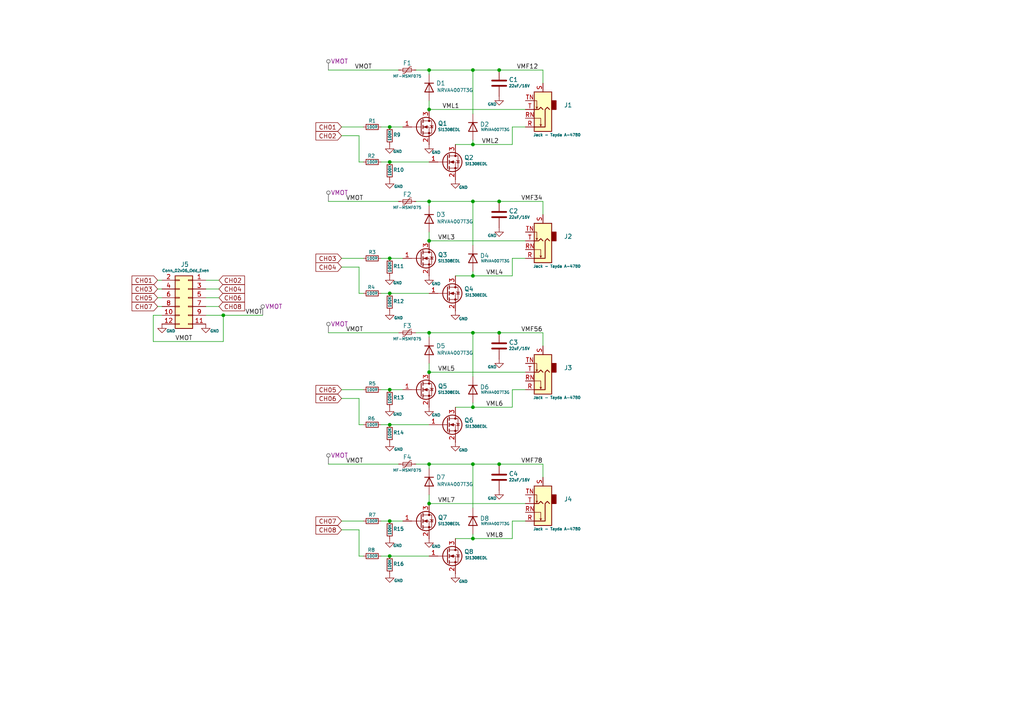
<source format=kicad_sch>
(kicad_sch (version 20250114) (generator "eeschema") (generator_version "9.0")
  (paper "A4")
  (title_block (title "Epoch2 - Connector Board A"))
  (lib_symbols
    (symbol "Connector_Audio:AudioJack2_Ground_Switch"
      (property "Reference" "J2" (at -5.08 1.9051 0))
      (property "Value" "Jack - Tayda A-4780" (at -5.08 -0.6349 0))
      (symbol "AudioJack2_Ground_Switch_0_1"
        (rectangle (start -2.54 -2.54) (end -3.81 0) (stroke (width 0.254)) (fill (type outline)))
        (rectangle (start 2.54 6.35) (end -2.54 -5.08) (stroke (width 0.254)) (fill (type background)))
      )
      (symbol "AudioJack2_Ground_Switch_1_1"
        (polyline (pts (xy 0 0) (xy 0.635 -0.635) (xy 1.27 0) (xy 2.54 0)) (stroke (width 0.254)))
        (polyline (pts (xy 0.635 4.826) (xy 0.889 4.318)))
        (polyline (pts (xy 1.778 -0.254) (xy 2.032 -0.762)))
        (polyline (pts (xy 2.54 5.08) (xy -0.635 5.08) (xy -0.635 0) (xy -1.27 -0.635) (xy -1.905 0)) (stroke (width 0.254)))
        (polyline (pts (xy 2.54 2.54) (xy 0.635 2.54) (xy 0.635 4.826) (xy 0.381 4.318)))
        (polyline (pts (xy 2.54 -2.54) (xy 1.778 -2.54) (xy 1.778 -0.254) (xy 1.524 -0.762)))
        (pin passive line (at 0 -7.62 90) (length 2.54) (name "~") (number "S"))
        (pin passive line (at 5.08 5.08 180) (length 2.54) (name "~") (number "R"))
        (pin passive line (at 5.08 2.54 180) (length 2.54) (name "~") (number "RN"))
        (pin passive line (at 5.08 0 180) (length 2.54) (name "~") (number "T"))
        (pin passive line (at 5.08 -2.54 180) (length 2.54) (name "~") (number "TN"))
      )
    )
    (symbol "Connector_Generic:Conn_02x06_Odd_Even" (pin_names (offset 1.016) (hide yes))
      (property "Reference" "J" (at 1.27 7.62 0))
      (property "Value" "Conn_02x06_Odd_Even" (at 1.27 -10.16 0))
      (symbol "Conn_02x06_Odd_Even_1_1"
        (rectangle (start -1.27 6.35) (end 3.81 -8.89) (stroke (width 0.254)) (fill (type background)))
        (rectangle (start -1.27 5.207) (end 0 4.953) (stroke (width 0.1524)))
        (rectangle (start -1.27 2.667) (end 0 2.413) (stroke (width 0.1524)))
        (rectangle (start -1.27 0.127) (end 0 -0.127) (stroke (width 0.1524)))
        (rectangle (start -1.27 -2.413) (end 0 -2.667) (stroke (width 0.1524)))
        (rectangle (start -1.27 -4.953) (end 0 -5.207) (stroke (width 0.1524)))
        (rectangle (start -1.27 -7.493) (end 0 -7.747) (stroke (width 0.1524)))
        (rectangle (start 3.81 5.207) (end 2.54 4.953) (stroke (width 0.1524)))
        (rectangle (start 3.81 2.667) (end 2.54 2.413) (stroke (width 0.1524)))
        (rectangle (start 3.81 0.127) (end 2.54 -0.127) (stroke (width 0.1524)))
        (rectangle (start 3.81 -2.413) (end 2.54 -2.667) (stroke (width 0.1524)))
        (rectangle (start 3.81 -4.953) (end 2.54 -5.207) (stroke (width 0.1524)))
        (rectangle (start 3.81 -7.493) (end 2.54 -7.747) (stroke (width 0.1524)))
        (pin passive line (at -5.08 5.08 0) (length 3.81) (name "Pin_1") (number "1"))
        (pin passive line (at -5.08 2.54 0) (length 3.81) (name "Pin_3") (number "3"))
        (pin passive line (at -5.08 0 0) (length 3.81) (name "Pin_5") (number "5"))
        (pin passive line (at -5.08 -2.54 0) (length 3.81) (name "Pin_7") (number "7"))
        (pin passive line (at -5.08 -5.08 0) (length 3.81) (name "Pin_9") (number "9"))
        (pin passive line (at -5.08 -7.62 0) (length 3.81) (name "Pin_11") (number "11"))
        (pin passive line (at 7.62 5.08 180) (length 3.81) (name "Pin_2") (number "2"))
        (pin passive line (at 7.62 2.54 180) (length 3.81) (name "Pin_4") (number "4"))
        (pin passive line (at 7.62 0 180) (length 3.81) (name "Pin_6") (number "6"))
        (pin passive line (at 7.62 -2.54 180) (length 3.81) (name "Pin_8") (number "8"))
        (pin passive line (at 7.62 -5.08 180) (length 3.81) (name "Pin_10") (number "10"))
        (pin passive line (at 7.62 -7.62 180) (length 3.81) (name "Pin_12") (number "12"))
      )
    )
    (symbol "Device:C" (pin_numbers (hide yes)) (pin_names (offset 0.254))
      (property "Reference" "C" (at 0.635 2.54 0))
      (property "Value" "C" (at 0.635 -2.54 0))
      (symbol "C_0_1"
        (polyline (pts (xy -2.032 0.762) (xy 2.032 0.762)) (stroke (width 0.508)))
        (polyline (pts (xy -2.032 -0.762) (xy 2.032 -0.762)) (stroke (width 0.508)))
      )
      (symbol "C_1_1"
        (pin passive line (at 0 3.81 270) (length 2.794) (name "~") (number "1"))
        (pin passive line (at 0 -3.81 90) (length 2.794) (name "~") (number "2"))
      )
    )
    (symbol "Device:Polyfuse_Small" (pin_numbers (hide yes)) (pin_names (offset 0))
      (property "Reference" "F" (at -1.905 0 90))
      (property "Value" "Polyfuse_Small" (at 1.905 0 90))
      (symbol "Polyfuse_Small_0_1"
        (polyline (pts (xy -1.016 1.27) (xy -1.016 0.762) (xy 1.016 -0.762) (xy 1.016 -1.27)))
        (rectangle (start -0.508 1.27) (end 0.508 -1.27))
        (polyline (pts (xy 0 2.54) (xy 0 -2.54)))
      )
      (symbol "Polyfuse_Small_1_1"
        (pin passive line (at 0 2.54 270) (length 0.635) (name "~") (number "1"))
        (pin passive line (at 0 -2.54 90) (length 0.635) (name "~") (number "2"))
      )
    )
    (symbol "Device:R_Small" (pin_numbers (hide yes)) (pin_names (offset 0.254) (hide yes))
      (property "Reference" "R" (at 0 0 90))
      (property "Value" "R_Small" (at 1.778 0 90))
      (symbol "R_Small_0_1"
        (rectangle (start -0.762 1.778) (end 0.762 -1.778) (stroke (width 0.2032)))
      )
      (symbol "R_Small_1_1"
        (pin passive line (at 0 2.54 270) (length 0.762) (name "~") (number "1"))
        (pin passive line (at 0 -2.54 90) (length 0.762) (name "~") (number "2"))
      )
    )
    (symbol "Diode:NRVA4007T3G" (pin_numbers (hide yes)) (pin_names (hide yes))
      (property "Reference" "D" (at 0 2.54 0))
      (property "Value" "NRVA4007T3G" (at 0 -2.54 0))
      (symbol "NRVA4007T3G_0_1"
        (polyline (pts (xy -1.27 1.27) (xy -1.27 -1.27)) (stroke (width 0.254)))
        (polyline (pts (xy 1.27 1.27) (xy 1.27 -1.27) (xy -1.27 0) (xy 1.27 1.27)) (stroke (width 0.254)))
        (polyline (pts (xy 1.27 0) (xy -1.27 0)))
      )
      (symbol "NRVA4007T3G_1_1"
        (pin passive line (at -3.81 0 0) (length 2.54) (name "K") (number "1"))
        (pin passive line (at 3.81 0 180) (length 2.54) (name "A") (number "2"))
      )
    )
    (symbol "Transistor_FET:Si1308EDL" (pin_names (hide yes))
      (property "Reference" "Q" (at 5.08 1.905 0))
      (property "Value" "Si1308EDL" (at 5.08 0 0))
      (symbol "Si1308EDL_0_1"
        (polyline (pts (xy 0.254 1.905) (xy 0.254 -1.905)) (stroke (width 0.254)))
        (polyline (pts (xy 0.254 0) (xy -2.54 0)))
        (polyline (pts (xy 0.762 2.286) (xy 0.762 1.27)) (stroke (width 0.254)))
        (polyline (pts (xy 0.762 0.508) (xy 0.762 -0.508)) (stroke (width 0.254)))
        (polyline (pts (xy 0.762 -1.27) (xy 0.762 -2.286)) (stroke (width 0.254)))
        (polyline (pts (xy 0.762 -1.778) (xy 3.302 -1.778) (xy 3.302 1.778) (xy 0.762 1.778)))
        (polyline (pts (xy 1.016 0) (xy 2.032 0.381) (xy 2.032 -0.381) (xy 1.016 0)) (fill (type outline)))
        (circle (center 1.651 0) (radius 2.794) (stroke (width 0.254)))
        (polyline (pts (xy 2.54 2.54) (xy 2.54 1.778)))
        (circle (center 2.54 1.778) (radius 0.254) (fill (type outline)))
        (circle (center 2.54 -1.778) (radius 0.254) (fill (type outline)))
        (polyline (pts (xy 2.54 -2.54) (xy 2.54 0) (xy 0.762 0)))
        (polyline (pts (xy 2.794 0.508) (xy 2.921 0.381) (xy 3.683 0.381) (xy 3.81 0.254)))
        (polyline (pts (xy 3.302 0.381) (xy 2.921 -0.254) (xy 3.683 -0.254) (xy 3.302 0.381)))
      )
      (symbol "Si1308EDL_1_1"
        (pin input line (at -5.08 0 0) (length 2.54) (name "G") (number "1"))
        (pin passive line (at 2.54 5.08 270) (length 2.54) (name "D") (number "3"))
        (pin passive line (at 2.54 -5.08 90) (length 2.54) (name "S") (number "2"))
      )
    )
    (symbol "power:GND" (power) (pin_numbers (hide yes)) (pin_names (offset 0) (hide yes))
      (property "Value" "GND" (at 0 -3.81 0))
      (symbol "GND_0_1"
        (polyline (pts (xy 0 0) (xy 0 -1.27) (xy 1.27 -1.27) (xy 0 -2.54) (xy -1.27 -1.27) (xy 0 -1.27)))
      )
      (symbol "GND_1_1"
        (pin power_in line (at 0 0 270) (length 0) (name "~") (number "1"))
      )
    )
  )
  (junction (at 137.16 134.62))
  (junction (at 137.16 156.21))
  (junction (at 124.46 69.85))
  (junction (at 144.78 134.62))
  (junction (at 144.78 20.32))
  (junction (at 124.46 107.95))
  (junction (at 144.78 96.52))
  (junction (at 113.03 151.13))
  (junction (at 113.03 46.99))
  (junction (at 137.16 58.42))
  (junction (at 137.16 118.11))
  (junction (at 113.03 113.03))
  (junction (at 124.46 96.52))
  (junction (at 124.46 20.32))
  (junction (at 113.03 161.29))
  (junction (at 113.03 123.19))
  (junction (at 113.03 74.93))
  (junction (at 113.03 36.83))
  (junction (at 124.46 31.75))
  (junction (at 137.16 96.52))
  (junction (at 137.16 80.01))
  (junction (at 113.03 85.09))
  (junction (at 64.77 91.44))
  (junction (at 124.46 58.42))
  (junction (at 124.46 134.62))
  (junction (at 124.46 146.05))
  (junction (at 137.16 41.91))
  (junction (at 137.16 20.32))
  (junction (at 144.78 58.42))
  (wire (pts (xy 157.48 58.42) (xy 157.48 62.23)))
  (wire (pts (xy 148.59 118.11) (xy 148.59 113.03)))
  (wire (pts (xy 99.06 77.47) (xy 104.14 77.47)))
  (wire (pts (xy 132.08 41.91) (xy 137.16 41.91)))
  (wire (pts (xy 45.72 86.36) (xy 46.99 86.36)))
  (wire (pts (xy 124.46 143.51) (xy 124.46 146.05)))
  (wire (pts (xy 104.14 115.57) (xy 104.14 123.19)))
  (wire (pts (xy 124.46 134.62) (xy 137.16 134.62)))
  (wire (pts (xy 59.69 81.28) (xy 63.5 81.28)))
  (wire (pts (xy 113.03 74.93) (xy 116.84 74.93)))
  (wire (pts (xy 113.03 151.13) (xy 116.84 151.13)))
  (wire (pts (xy 137.16 154.94) (xy 137.16 156.21)))
  (wire (pts (xy 45.72 81.28) (xy 46.99 81.28)))
  (wire (pts (xy 124.46 20.32) (xy 124.46 21.59)))
  (wire (pts (xy 137.16 20.32) (xy 144.78 20.32)))
  (wire (pts (xy 110.49 74.93) (xy 113.03 74.93)))
  (wire (pts (xy 137.16 118.11) (xy 148.59 118.11)))
  (wire (pts (xy 113.03 161.29) (xy 124.46 161.29)))
  (wire (pts (xy 120.65 134.62) (xy 124.46 134.62)))
  (wire (pts (xy 124.46 29.21) (xy 124.46 31.75)))
  (wire (pts (xy 99.06 74.93) (xy 105.41 74.93)))
  (wire (pts (xy 144.78 20.32) (xy 157.48 20.32)))
  (wire (pts (xy 157.48 96.52) (xy 157.48 100.33)))
  (wire (pts (xy 113.03 46.99) (xy 124.46 46.99)))
  (wire (pts (xy 148.59 36.83) (xy 152.4 36.83)))
  (wire (pts (xy 132.08 80.01) (xy 137.16 80.01)))
  (wire (pts (xy 132.08 118.11) (xy 137.16 118.11)))
  (wire (pts (xy 137.16 109.22) (xy 137.16 96.52)))
  (wire (pts (xy 157.48 134.62) (xy 157.48 138.43)))
  (wire (pts (xy 99.06 153.67) (xy 104.14 153.67)))
  (wire (pts (xy 104.14 161.29) (xy 105.41 161.29)))
  (wire (pts (xy 104.14 153.67) (xy 104.14 161.29)))
  (wire (pts (xy 110.49 161.29) (xy 113.03 161.29)))
  (wire (pts (xy 64.77 91.44) (xy 59.69 91.44)))
  (wire (pts (xy 64.77 91.44) (xy 76.2 91.44)))
  (wire (pts (xy 137.16 80.01) (xy 148.59 80.01)))
  (wire (pts (xy 99.06 36.83) (xy 105.41 36.83)))
  (wire (pts (xy 124.46 96.52) (xy 137.16 96.52)))
  (wire (pts (xy 120.65 58.42) (xy 124.46 58.42)))
  (wire (pts (xy 148.59 113.03) (xy 152.4 113.03)))
  (wire (pts (xy 144.78 134.62) (xy 157.48 134.62)))
  (wire (pts (xy 137.16 156.21) (xy 148.59 156.21)))
  (wire (pts (xy 124.46 107.95) (xy 152.4 107.95)))
  (wire (pts (xy 64.77 99.06) (xy 64.77 91.44)))
  (wire (pts (xy 44.45 91.44) (xy 46.99 91.44)))
  (wire (pts (xy 157.48 20.32) (xy 157.48 24.13)))
  (wire (pts (xy 148.59 74.93) (xy 152.4 74.93)))
  (wire (pts (xy 137.16 96.52) (xy 144.78 96.52)))
  (wire (pts (xy 124.46 134.62) (xy 124.46 135.89)))
  (wire (pts (xy 110.49 36.83) (xy 113.03 36.83)))
  (wire (pts (xy 99.06 151.13) (xy 105.41 151.13)))
  (wire (pts (xy 124.46 96.52) (xy 124.46 97.79)))
  (wire (pts (xy 59.69 83.82) (xy 63.5 83.82)))
  (wire (pts (xy 99.06 113.03) (xy 105.41 113.03)))
  (wire (pts (xy 124.46 105.41) (xy 124.46 107.95)))
  (wire (pts (xy 110.49 85.09) (xy 113.03 85.09)))
  (wire (pts (xy 110.49 113.03) (xy 113.03 113.03)))
  (wire (pts (xy 113.03 85.09) (xy 124.46 85.09)))
  (wire (pts (xy 110.49 123.19) (xy 113.03 123.19)))
  (wire (pts (xy 104.14 85.09) (xy 105.41 85.09)))
  (wire (pts (xy 104.14 77.47) (xy 104.14 85.09)))
  (wire (pts (xy 59.69 86.36) (xy 63.5 86.36)))
  (wire (pts (xy 137.16 58.42) (xy 144.78 58.42)))
  (wire (pts (xy 124.46 58.42) (xy 137.16 58.42)))
  (wire (pts (xy 113.03 113.03) (xy 116.84 113.03)))
  (wire (pts (xy 44.45 91.44) (xy 44.45 99.06)))
  (wire (pts (xy 137.16 40.64) (xy 137.16 41.91)))
  (wire (pts (xy 113.03 123.19) (xy 124.46 123.19)))
  (wire (pts (xy 137.16 33.02) (xy 137.16 20.32)))
  (wire (pts (xy 124.46 67.31) (xy 124.46 69.85)))
  (wire (pts (xy 132.08 156.21) (xy 137.16 156.21)))
  (wire (pts (xy 124.46 58.42) (xy 124.46 59.69)))
  (wire (pts (xy 120.65 96.52) (xy 124.46 96.52)))
  (wire (pts (xy 45.72 88.9) (xy 46.99 88.9)))
  (wire (pts (xy 148.59 41.91) (xy 148.59 36.83)))
  (wire (pts (xy 124.46 146.05) (xy 152.4 146.05)))
  (wire (pts (xy 148.59 80.01) (xy 148.59 74.93)))
  (wire (pts (xy 137.16 78.74) (xy 137.16 80.01)))
  (wire (pts (xy 104.14 123.19) (xy 105.41 123.19)))
  (wire (pts (xy 144.78 96.52) (xy 157.48 96.52)))
  (wire (pts (xy 137.16 116.84) (xy 137.16 118.11)))
  (wire (pts (xy 144.78 58.42) (xy 157.48 58.42)))
  (wire (pts (xy 137.16 41.91) (xy 148.59 41.91)))
  (wire (pts (xy 45.72 83.82) (xy 46.99 83.82)))
  (wire (pts (xy 148.59 151.13) (xy 152.4 151.13)))
  (wire (pts (xy 99.06 39.37) (xy 104.14 39.37)))
  (wire (pts (xy 124.46 20.32) (xy 137.16 20.32)))
  (wire (pts (xy 59.69 88.9) (xy 63.5 88.9)))
  (wire (pts (xy 95.25 96.52) (xy 115.57 96.52)))
  (wire (pts (xy 148.59 156.21) (xy 148.59 151.13)))
  (wire (pts (xy 137.16 134.62) (xy 144.78 134.62)))
  (wire (pts (xy 113.03 36.83) (xy 116.84 36.83)))
  (wire (pts (xy 95.25 134.62) (xy 115.57 134.62)))
  (wire (pts (xy 137.16 71.12) (xy 137.16 58.42)))
  (wire (pts (xy 95.25 58.42) (xy 115.57 58.42)))
  (wire (pts (xy 44.45 99.06) (xy 64.77 99.06)))
  (wire (pts (xy 124.46 31.75) (xy 152.4 31.75)))
  (wire (pts (xy 104.14 39.37) (xy 104.14 46.99)))
  (wire (pts (xy 110.49 46.99) (xy 113.03 46.99)))
  (wire (pts (xy 137.16 147.32) (xy 137.16 134.62)))
  (wire (pts (xy 99.06 115.57) (xy 104.14 115.57)))
  (wire (pts (xy 95.25 20.32) (xy 115.57 20.32)))
  (wire (pts (xy 124.46 69.85) (xy 152.4 69.85)))
  (wire (pts (xy 110.49 151.13) (xy 113.03 151.13)))
  (wire (pts (xy 120.65 20.32) (xy 124.46 20.32)))
  (wire (pts (xy 104.14 46.99) (xy 105.41 46.99)))
  (label "VML7" (at 127 146.05 0))
  (label "VMOT" (at 102.87 20.32 0))
  (label "VML2" (at 139.7 41.91 0))
  (label "VMF78" (at 151.13 134.62 0))
  (label "VML4" (at 140.97 80.01 0))
  (label "VML1" (at 128.27 31.75 0))
  (label "VML8" (at 140.97 156.21 0))
  (label "VMOT" (at 100.33 58.42 0))
  (label "VMOT" (at 71.12 91.44 0))
  (label "VMF12" (at 149.86 20.32 0))
  (label "VMF34" (at 151.13 58.42 0))
  (label "VMF56" (at 151.13 96.52 0))
  (label "VML5" (at 127 107.95 0))
  (label "VMOT" (at 50.8 99.06 0))
  (label "VMOT" (at 100.33 134.62 0))
  (label "VML6" (at 140.97 118.11 0))
  (label "VML3" (at 127 69.85 0))
  (label "VMOT" (at 100.33 96.52 0))
  (global_label "CH03" (shape input) (at 45.72 83.82 180) (property "Intersheetrefs" "${INTERSHEET_REFS}" (effects (hide yes))))
  (global_label "CH04" (shape input) (at 99.06 77.47 180) (property "Intersheetrefs" "${INTERSHEET_REFS}" (effects (hide yes))))
  (global_label "CH08" (shape input) (at 63.5 88.9 0) (property "Intersheetrefs" "${INTERSHEET_REFS}" (effects (hide yes))))
  (global_label "CH01" (shape input) (at 99.06 36.83 180) (property "Intersheetrefs" "${INTERSHEET_REFS}" (effects (hide yes))))
  (global_label "CH06" (shape input) (at 63.5 86.36 0) (property "Intersheetrefs" "${INTERSHEET_REFS}" (effects (hide yes))))
  (global_label "CH02" (shape input) (at 63.5 81.28 0) (property "Intersheetrefs" "${INTERSHEET_REFS}" (effects (hide yes))))
  (global_label "CH08" (shape input) (at 99.06 153.67 180) (property "Intersheetrefs" "${INTERSHEET_REFS}" (effects (hide yes))))
  (global_label "CH05" (shape input) (at 99.06 113.03 180) (property "Intersheetrefs" "${INTERSHEET_REFS}" (effects (hide yes))))
  (global_label "CH07" (shape input) (at 99.06 151.13 180) (property "Intersheetrefs" "${INTERSHEET_REFS}" (effects (hide yes))))
  (global_label "CH04" (shape input) (at 63.5 83.82 0) (property "Intersheetrefs" "${INTERSHEET_REFS}" (effects (hide yes))))
  (global_label "CH03" (shape input) (at 99.06 74.93 180) (property "Intersheetrefs" "${INTERSHEET_REFS}" (effects (hide yes))))
  (global_label "CH06" (shape input) (at 99.06 115.57 180) (property "Intersheetrefs" "${INTERSHEET_REFS}" (effects (hide yes))))
  (global_label "CH05" (shape input) (at 45.72 86.36 180) (property "Intersheetrefs" "${INTERSHEET_REFS}" (effects (hide yes))))
  (global_label "CH07" (shape input) (at 45.72 88.9 180) (property "Intersheetrefs" "${INTERSHEET_REFS}" (effects (hide yes))))
  (global_label "CH02" (shape input) (at 99.06 39.37 180) (property "Intersheetrefs" "${INTERSHEET_REFS}" (effects (hide yes))))
  (global_label "CH01" (shape input) (at 45.72 81.28 180) (property "Intersheetrefs" "${INTERSHEET_REFS}" (effects (hide yes))))
  (netclass_flag "" (length 2.54) (shape round) (at 76.2 91.44 0) (property "Netclass" "VMOT" (at 76.8985 88.9 0) (effects (justify left))))
  (netclass_flag "" (length 2.54) (shape round) (at 95.25 58.42 0) (property "Netclass" "VMOT" (at 95.9485 55.88 0) (effects (justify left))))
  (netclass_flag "" (length 2.54) (shape round) (at 95.25 134.62 0) (property "Netclass" "VMOT" (at 95.9485 132.08 0) (effects (justify left))))
  (netclass_flag "" (length 2.54) (shape round) (at 95.25 96.52 0) (property "Netclass" "VMOT" (at 95.9485 93.98 0) (effects (justify left))))
  (netclass_flag "" (length 2.54) (shape round) (at 95.25 20.32 0) (property "Netclass" "VMOT" (at 95.9485 17.78 0) (effects (justify left))))
  (symbol (lib_id "Transistor_FET:Si1308EDL") (at 129.54 85.09 0) (unit 1)
    (property "Reference" "Q4" (at 134.62 83.82 0) (effects (justify left)))
    (property "Value" "Si1308EDL" (at 134.874 85.598 0) (effects (font (size 0.8 0.8)) (justify left)))
    (property "Footprint" "Package_TO_SOT_SMD:SOT-323_SC-70" (effects (hide yes)))
    (property "Datasheet" "https://www.vishay.com/docs/63399/si1308edl.pdf" (effects (hide yes)))
    (property "Description" "30V Vds, 1.4A Id, N-Channel MOSFET, SC-70" (effects (hide yes)))
  )
  (symbol (lib_id "Transistor_FET:Si1308EDL") (at 129.54 46.99 0) (unit 1)
    (property "Reference" "Q2" (at 134.62 45.72 0) (effects (justify left)))
    (property "Value" "Si1308EDL" (at 134.874 47.498 0) (effects (font (size 0.8 0.8)) (justify left)))
    (property "Footprint" "Package_TO_SOT_SMD:SOT-323_SC-70" (effects (hide yes)))
    (property "Datasheet" "https://www.vishay.com/docs/63399/si1308edl.pdf" (effects (hide yes)))
    (property "Description" "30V Vds, 1.4A Id, N-Channel MOSFET, SC-70" (effects (hide yes)))
  )
  (symbol (lib_id "Transistor_FET:Si1308EDL") (at 121.92 113.03 0) (unit 1)
    (property "Reference" "Q5" (at 127 112.014 0) (effects (justify left)))
    (property "Value" "Si1308EDL" (at 127 113.792 0) (effects (font (size 0.8 0.8)) (justify left)))
    (property "Footprint" "Package_TO_SOT_SMD:SOT-323_SC-70" (effects (hide yes)))
    (property "Datasheet" "https://www.vishay.com/docs/63399/si1308edl.pdf" (effects (hide yes)))
    (property "Description" "30V Vds, 1.4A Id, N-Channel MOSFET, SC-70" (effects (hide yes)))
  )
  (symbol (lib_id "power:GND") (at 132.08 90.17 0) (unit 1)
    (property "Reference" "#PWR011" (effects (hide yes)))
    (property "Value" "GND" (at 134.366 92.456 0) (effects (font (size 0.8 0.8))))
    (property "Description" "Power symbol creates a global label with name \"GND\" , ground" (effects (hide yes)))
  )
  (symbol (lib_id "power:GND") (at 124.46 118.11 0) (unit 1)
    (property "Reference" "#PWR015" (effects (hide yes)))
    (property "Value" "GND" (at 126.492 120.396 0) (effects (font (size 0.8 0.8))))
    (property "Description" "Power symbol creates a global label with name \"GND\" , ground" (effects (hide yes)))
  )
  (symbol (lib_id "power:GND") (at 113.03 128.27 0) (unit 1)
    (property "Reference" "#PWR014" (effects (hide yes)))
    (property "Value" "GND" (at 114.3 130.302 0) (effects (font (size 0.8 0.8)) (justify left)))
    (property "Description" "Power symbol creates a global label with name \"GND\" , ground" (effects (hide yes)))
  )
  (symbol (lib_id "power:GND") (at 132.08 128.27 0) (unit 1)
    (property "Reference" "#PWR016" (effects (hide yes)))
    (property "Value" "GND" (at 134.366 130.556 0) (effects (font (size 0.8 0.8))))
    (property "Description" "Power symbol creates a global label with name \"GND\" , ground" (effects (hide yes)))
  )
  (symbol (lib_id "Device:R_Small") (at 113.03 153.67 0) (unit 1)
    (property "Reference" "R15" (at 114.046 153.416 0) (effects (font (size 1.016 1.016)) (justify left)))
    (property "Value" "100K" (at 113.03 155.194 90) (effects (font (size 0.8 0.8)) (justify left)))
    (property "Footprint" "Resistor_SMD:R_0603_1608Metric" (effects (hide yes)))
    (property "Description" "Resistor, small symbol" (effects (hide yes)))
  )
  (symbol (lib_id "power:GND") (at 113.03 156.21 0) (unit 1)
    (property "Reference" "#PWR018" (effects (hide yes)))
    (property "Value" "GND" (at 115.316 158.242 0) (effects (font (size 0.8 0.8))))
    (property "Description" "Power symbol creates a global label with name \"GND\" , ground" (effects (hide yes)))
  )
  (symbol (lib_id "Device:Polyfuse_Small") (at 118.11 20.32 90) (unit 1)
    (property "Reference" "F1" (at 118.11 18.288 90))
    (property "Value" "MF-MSMF075" (at 118.11 22.098 90) (effects (font (size 0.8 0.8))))
    (property "Footprint" "Resistor_SMD:R_1812_4532Metric" (effects (hide yes)))
    (property "Description" "Resettable fuse, polymeric positive temperature coefficient, small symbol" (effects (hide yes)))
  )
  (symbol (lib_id "Diode:NRVA4007T3G") (at 137.16 113.03 270) (unit 1)
    (property "Reference" "D6" (at 139.192 112.268 90) (effects (justify left)))
    (property "Value" "NRVA4007T3G" (at 139.446 113.792 90) (effects (font (size 0.8 0.8)) (justify left)))
    (property "Footprint" "Diode_SMD:D_SMA" (effects (hide yes)))
    (property "Datasheet" "http://www.onsemi.com/pub_link/Collateral/MRA4003T3-D.PDF" (effects (hide yes)))
    (property "Description" "1000V, 1A, General Purpose Rectifier Diode, SMA(DO-214AC)" (effects (hide yes)))
    (property "Sim.Device" "D" (effects (hide yes)))
    (property "Sim.Pins" "1=K 2=A" (effects (hide yes)))
  )
  (symbol (lib_id "Device:R_Small") (at 107.95 36.83 90) (unit 1)
    (property "Reference" "R1" (at 107.95 35.052 90) (effects (font (size 1.016 1.016))))
    (property "Value" "100R" (at 107.95 36.83 90) (effects (font (size 0.8 0.8))))
    (property "Footprint" "Resistor_SMD:R_0603_1608Metric" (effects (hide yes)))
    (property "Description" "Resistor, small symbol" (effects (hide yes)))
  )
  (symbol (lib_id "Device:Polyfuse_Small") (at 118.11 134.62 90) (unit 1)
    (property "Reference" "F4" (at 118.11 132.588 90))
    (property "Value" "MF-MSMF075" (at 118.11 136.398 90) (effects (font (size 0.8 0.8))))
    (property "Footprint" "Resistor_SMD:R_1812_4532Metric" (effects (hide yes)))
    (property "Description" "Resettable fuse, polymeric positive temperature coefficient, small symbol" (effects (hide yes)))
  )
  (symbol (lib_id "Diode:NRVA4007T3G") (at 124.46 139.7 270) (unit 1)
    (property "Reference" "D7" (at 126.492 138.43 90) (effects (justify left)))
    (property "Value" "NRVA4007T3G" (at 126.746 140.462 90) (effects (font (size 1 1)) (justify left)))
    (property "Footprint" "Diode_SMD:D_SMA" (effects (hide yes)))
    (property "Datasheet" "http://www.onsemi.com/pub_link/Collateral/MRA4003T3-D.PDF" (effects (hide yes)))
    (property "Description" "1000V, 1A, General Purpose Rectifier Diode, SMA(DO-214AC)" (effects (hide yes)))
    (property "Sim.Device" "D" (effects (hide yes)))
    (property "Sim.Pins" "1=K 2=A" (effects (hide yes)))
  )
  (symbol (lib_id "Device:R_Small") (at 113.03 49.53 0) (unit 1)
    (property "Reference" "R10" (at 114.046 49.276 0) (effects (font (size 1.016 1.016)) (justify left)))
    (property "Value" "100K" (at 113.03 51.054 90) (effects (font (size 0.8 0.8)) (justify left)))
    (property "Footprint" "Resistor_SMD:R_0603_1608Metric" (effects (hide yes)))
    (property "Description" "Resistor, small symbol" (effects (hide yes)))
  )
  (symbol (lib_id "Device:R_Small") (at 113.03 125.73 0) (unit 1)
    (property "Reference" "R14" (at 114.046 125.476 0) (effects (font (size 1.016 1.016)) (justify left)))
    (property "Value" "100K" (at 113.03 127.254 90) (effects (font (size 0.8 0.8)) (justify left)))
    (property "Footprint" "Resistor_SMD:R_0603_1608Metric" (effects (hide yes)))
    (property "Description" "Resistor, small symbol" (effects (hide yes)))
  )
  (symbol (lib_id "Diode:NRVA4007T3G") (at 137.16 74.93 270) (unit 1)
    (property "Reference" "D4" (at 139.192 74.168 90) (effects (justify left)))
    (property "Value" "NRVA4007T3G" (at 139.446 75.692 90) (effects (font (size 0.8 0.8)) (justify left)))
    (property "Footprint" "Diode_SMD:D_SMA" (effects (hide yes)))
    (property "Datasheet" "http://www.onsemi.com/pub_link/Collateral/MRA4003T3-D.PDF" (effects (hide yes)))
    (property "Description" "1000V, 1A, General Purpose Rectifier Diode, SMA(DO-214AC)" (effects (hide yes)))
    (property "Sim.Device" "D" (effects (hide yes)))
    (property "Sim.Pins" "1=K 2=A" (effects (hide yes)))
  )
  (symbol (lib_id "Device:C") (at 144.78 100.33 0) (unit 1)
    (property "Reference" "C3" (at 147.574 99.314 0) (effects (justify left)))
    (property "Value" "22uF/16V" (at 147.574 101.092 0) (effects (font (size 0.8 0.8)) (justify left)))
    (property "Footprint" "Capacitor_SMD:C_1812_4532Metric" (effects (hide yes)))
    (property "Description" "Unpolarized capacitor" (effects (hide yes)))
  )
  (symbol (lib_id "power:GND") (at 124.46 80.01 0) (unit 1)
    (property "Reference" "#PWR010" (effects (hide yes)))
    (property "Value" "GND" (at 126.492 82.296 0) (effects (font (size 0.8 0.8))))
    (property "Description" "Power symbol creates a global label with name \"GND\" , ground" (effects (hide yes)))
  )
  (symbol (lib_id "Device:R_Small") (at 113.03 77.47 0) (unit 1)
    (property "Reference" "R11" (at 114.046 77.216 0) (effects (font (size 1.016 1.016)) (justify left)))
    (property "Value" "100K" (at 113.03 78.994 90) (effects (font (size 0.8 0.8)) (justify left)))
    (property "Footprint" "Resistor_SMD:R_0603_1608Metric" (effects (hide yes)))
    (property "Description" "Resistor, small symbol" (effects (hide yes)))
  )
  (symbol (lib_id "Device:R_Small") (at 107.95 123.19 90) (unit 1)
    (property "Reference" "R6" (at 107.696 121.412 90) (effects (font (size 1.016 1.016))))
    (property "Value" "100R" (at 107.95 123.19 90) (effects (font (size 0.8 0.8))))
    (property "Footprint" "Resistor_SMD:R_0603_1608Metric" (effects (hide yes)))
    (property "Description" "Resistor, small symbol" (effects (hide yes)))
  )
  (symbol (lib_id "Diode:NRVA4007T3G") (at 124.46 101.6 270) (unit 1)
    (property "Reference" "D5" (at 126.492 100.33 90) (effects (justify left)))
    (property "Value" "NRVA4007T3G" (at 126.746 102.362 90) (effects (font (size 1 1)) (justify left)))
    (property "Footprint" "Diode_SMD:D_SMA" (effects (hide yes)))
    (property "Datasheet" "http://www.onsemi.com/pub_link/Collateral/MRA4003T3-D.PDF" (effects (hide yes)))
    (property "Description" "1000V, 1A, General Purpose Rectifier Diode, SMA(DO-214AC)" (effects (hide yes)))
    (property "Sim.Device" "D" (effects (hide yes)))
    (property "Sim.Pins" "1=K 2=A" (effects (hide yes)))
  )
  (symbol (lib_id "Transistor_FET:Si1308EDL") (at 129.54 123.19 0) (unit 1)
    (property "Reference" "Q6" (at 134.62 121.92 0) (effects (justify left)))
    (property "Value" "Si1308EDL" (at 134.874 123.698 0) (effects (font (size 0.8 0.8)) (justify left)))
    (property "Footprint" "Package_TO_SOT_SMD:SOT-323_SC-70" (effects (hide yes)))
    (property "Datasheet" "https://www.vishay.com/docs/63399/si1308edl.pdf" (effects (hide yes)))
    (property "Description" "30V Vds, 1.4A Id, N-Channel MOSFET, SC-70" (effects (hide yes)))
  )
  (symbol (lib_id "power:GND") (at 113.03 118.11 0) (unit 1)
    (property "Reference" "#PWR013" (effects (hide yes)))
    (property "Value" "GND" (at 115.316 120.142 0) (effects (font (size 0.8 0.8))))
    (property "Description" "Power symbol creates a global label with name \"GND\" , ground" (effects (hide yes)))
  )
  (symbol (lib_id "Device:C") (at 144.78 24.13 0) (unit 1)
    (property "Reference" "C1" (at 147.574 23.114 0) (effects (justify left)))
    (property "Value" "22uF/16V" (at 147.574 24.892 0) (effects (font (size 0.8 0.8)) (justify left)))
    (property "Footprint" "Capacitor_SMD:C_1812_4532Metric" (effects (hide yes)))
    (property "Description" "Unpolarized capacitor" (effects (hide yes)))
  )
  (symbol (lib_id "power:GND") (at 132.08 52.07 0) (unit 1)
    (property "Reference" "#PWR06" (effects (hide yes)))
    (property "Value" "GND" (at 134.366 54.356 0) (effects (font (size 0.8 0.8))))
    (property "Description" "Power symbol creates a global label with name \"GND\" , ground" (effects (hide yes)))
  )
  (symbol (lib_id "Device:R_Small") (at 107.95 113.03 90) (unit 1)
    (property "Reference" "R5" (at 107.95 111.252 90) (effects (font (size 1.016 1.016))))
    (property "Value" "100R" (at 107.95 113.03 90) (effects (font (size 0.8 0.8))))
    (property "Footprint" "Resistor_SMD:R_0603_1608Metric" (effects (hide yes)))
    (property "Description" "Resistor, small symbol" (effects (hide yes)))
  )
  (symbol (lib_id "power:GND") (at 113.03 166.37 0) (unit 1)
    (property "Reference" "#PWR019" (effects (hide yes)))
    (property "Value" "GND" (at 114.3 168.402 0) (effects (font (size 0.8 0.8)) (justify left)))
    (property "Description" "Power symbol creates a global label with name \"GND\" , ground" (effects (hide yes)))
  )
  (symbol (lib_id "power:GND") (at 113.03 52.07 0) (unit 1)
    (property "Reference" "#PWR05" (effects (hide yes)))
    (property "Value" "GND" (at 114.3 54.102 0) (effects (font (size 0.8 0.8)) (justify left)))
    (property "Description" "Power symbol creates a global label with name \"GND\" , ground" (effects (hide yes)))
  )
  (symbol (lib_id "Device:R_Small") (at 113.03 115.57 0) (unit 1)
    (property "Reference" "R13" (at 114.046 115.316 0) (effects (font (size 1.016 1.016)) (justify left)))
    (property "Value" "100K" (at 113.03 117.094 90) (effects (font (size 0.8 0.8)) (justify left)))
    (property "Footprint" "Resistor_SMD:R_0603_1608Metric" (effects (hide yes)))
    (property "Description" "Resistor, small symbol" (effects (hide yes)))
  )
  (symbol (lib_id "power:GND") (at 132.08 166.37 0) (unit 1)
    (property "Reference" "#PWR021" (effects (hide yes)))
    (property "Value" "GND" (at 134.366 168.656 0) (effects (font (size 0.8 0.8))))
    (property "Description" "Power symbol creates a global label with name \"GND\" , ground" (effects (hide yes)))
  )
  (symbol (lib_id "Device:C") (at 144.78 138.43 0) (unit 1)
    (property "Reference" "C4" (at 147.574 137.414 0) (effects (justify left)))
    (property "Value" "22uF/16V" (at 147.574 139.192 0) (effects (font (size 0.8 0.8)) (justify left)))
    (property "Footprint" "Capacitor_SMD:C_1812_4532Metric" (effects (hide yes)))
    (property "Description" "Unpolarized capacitor" (effects (hide yes)))
  )
  (symbol (lib_id "power:GND") (at 113.03 41.91 0) (unit 1)
    (property "Reference" "#PWR03" (effects (hide yes)))
    (property "Value" "GND" (at 115.316 43.942 0) (effects (font (size 0.8 0.8))))
    (property "Description" "Power symbol creates a global label with name \"GND\" , ground" (effects (hide yes)))
  )
  (symbol (lib_id "Diode:NRVA4007T3G") (at 124.46 25.4 270) (unit 1)
    (property "Reference" "D1" (at 126.492 24.13 90) (effects (justify left)))
    (property "Value" "NRVA4007T3G" (at 126.746 26.162 90) (effects (font (size 1 1)) (justify left)))
    (property "Footprint" "Diode_SMD:D_SMA" (effects (hide yes)))
    (property "Datasheet" "http://www.onsemi.com/pub_link/Collateral/MRA4003T3-D.PDF" (effects (hide yes)))
    (property "Description" "1000V, 1A, General Purpose Rectifier Diode, SMA(DO-214AC)" (effects (hide yes)))
    (property "Sim.Device" "D" (effects (hide yes)))
    (property "Sim.Pins" "1=K 2=A" (effects (hide yes)))
  )
  (symbol (lib_id "Diode:NRVA4007T3G") (at 137.16 36.83 270) (unit 1)
    (property "Reference" "D2" (at 139.192 36.068 90) (effects (justify left)))
    (property "Value" "NRVA4007T3G" (at 139.446 37.592 90) (effects (font (size 0.8 0.8)) (justify left)))
    (property "Footprint" "Diode_SMD:D_SMA" (effects (hide yes)))
    (property "Datasheet" "http://www.onsemi.com/pub_link/Collateral/MRA4003T3-D.PDF" (effects (hide yes)))
    (property "Description" "1000V, 1A, General Purpose Rectifier Diode, SMA(DO-214AC)" (effects (hide yes)))
    (property "Sim.Device" "D" (effects (hide yes)))
    (property "Sim.Pins" "1=K 2=A" (effects (hide yes)))
  )
  (symbol (lib_id "power:GND") (at 113.03 90.17 0) (unit 1)
    (property "Reference" "#PWR09" (effects (hide yes)))
    (property "Value" "GND" (at 114.3 92.202 0) (effects (font (size 0.8 0.8)) (justify left)))
    (property "Description" "Power symbol creates a global label with name \"GND\" , ground" (effects (hide yes)))
  )
  (symbol (lib_id "Device:R_Small") (at 113.03 163.83 0) (unit 1)
    (property "Reference" "R16" (at 114.046 163.576 0) (effects (font (size 1.016 1.016)) (justify left)))
    (property "Value" "100K" (at 113.03 165.354 90) (effects (font (size 0.8 0.8)) (justify left)))
    (property "Footprint" "Resistor_SMD:R_0603_1608Metric" (effects (hide yes)))
    (property "Description" "Resistor, small symbol" (effects (hide yes)))
  )
  (symbol (lib_id "Connector_Generic:Conn_02x06_Odd_Even") (at 54.61 86.36 0) (mirror y) (unit 1)
    (property "Reference" "J5" (at 53.594 76.708 0))
    (property "Value" "Conn_02x06_Odd_Even" (at 53.848 78.486 0) (effects (font (size 0.8 0.8))))
    (property "Footprint" "Connector_PinHeader_2.54mm:PinHeader_2x06_P2.54mm_Vertical" (effects (hide yes)))
    (property "Description" "Generic connector, double row, 02x06, odd/even pin numbering scheme (row 1 odd numbers, row 2 even numbers), script generated (kicad-library-utils/schlib/autogen/connector/)" (effects (hide yes)))
  )
  (symbol (lib_id "power:GND") (at 113.03 80.01 0) (unit 1)
    (property "Reference" "#PWR07" (effects (hide yes)))
    (property "Value" "GND" (at 115.316 82.042 0) (effects (font (size 0.8 0.8))))
    (property "Description" "Power symbol creates a global label with name \"GND\" , ground" (effects (hide yes)))
  )
  (symbol (lib_id "Transistor_FET:Si1308EDL") (at 129.54 161.29 0) (unit 1)
    (property "Reference" "Q8" (at 134.62 160.02 0) (effects (justify left)))
    (property "Value" "Si1308EDL" (at 134.874 161.798 0) (effects (font (size 0.8 0.8)) (justify left)))
    (property "Footprint" "Package_TO_SOT_SMD:SOT-323_SC-70" (effects (hide yes)))
    (property "Datasheet" "https://www.vishay.com/docs/63399/si1308edl.pdf" (effects (hide yes)))
    (property "Description" "30V Vds, 1.4A Id, N-Channel MOSFET, SC-70" (effects (hide yes)))
  )
  (symbol (lib_id "Device:R_Small") (at 113.03 39.37 0) (unit 1)
    (property "Reference" "R9" (at 114.046 39.116 0) (effects (font (size 1.016 1.016)) (justify left)))
    (property "Value" "100K" (at 113.03 40.894 90) (effects (font (size 0.8 0.8)) (justify left)))
    (property "Footprint" "Resistor_SMD:R_0603_1608Metric" (effects (hide yes)))
    (property "Description" "Resistor, small symbol" (effects (hide yes)))
  )
  (symbol (lib_id "power:GND") (at 124.46 156.21 0) (unit 1)
    (property "Reference" "#PWR020" (effects (hide yes)))
    (property "Value" "GND" (at 126.492 158.496 0) (effects (font (size 0.8 0.8))))
    (property "Description" "Power symbol creates a global label with name \"GND\" , ground" (effects (hide yes)))
  )
  (symbol (lib_id "power:GND") (at 59.69 93.98 0) (unit 1)
    (property "Reference" "#PWR024" (effects (hide yes)))
    (property "Value" "GND" (at 60.96 96.012 0) (effects (font (size 0.8 0.8)) (justify left)))
    (property "Description" "Power symbol creates a global label with name \"GND\" , ground" (effects (hide yes)))
  )
  (symbol (lib_id "power:GND") (at 124.46 41.91 0) (unit 1)
    (property "Reference" "#PWR01" (effects (hide yes)))
    (property "Value" "GND" (at 126.492 44.196 0) (effects (font (size 0.8 0.8))))
    (property "Description" "Power symbol creates a global label with name \"GND\" , ground" (effects (hide yes)))
  )
  (symbol (lib_id "power:GND") (at 144.78 27.94 0) (unit 1)
    (property "Reference" "#PWR02" (effects (hide yes)))
    (property "Value" "GND" (at 142.748 30.226 0) (effects (font (size 0.8 0.8))))
    (property "Description" "Power symbol creates a global label with name \"GND\" , ground" (effects (hide yes)))
  )
  (symbol (lib_id "Connector_Audio:AudioJack2_Ground_Switch") (at 157.48 107.95 180) (unit 1)
    (property "Reference" "J3" (at 163.576 106.68 0) (effects (justify right)))
    (property "Value" "Jack - Tayda A-4780" (at 154.686 115.316 0) (effects (font (size 0.8 0.8)) (justify right)))
    (property "Footprint" "Connector_Audio:Jack_3.5mm_CUI_SJ1-3515N_Horizontal" (effects (hide yes)))
    (property "Description" "Audio Jack, 2 Poles (Mono / TS), Grounded Sleeve, Switched Pole (Normalling)" (effects (hide yes)))
  )
  (symbol (lib_id "Device:R_Small") (at 107.95 151.13 90) (unit 1)
    (property "Reference" "R7" (at 107.95 149.352 90) (effects (font (size 1.016 1.016))))
    (property "Value" "100R" (at 107.95 151.13 90) (effects (font (size 0.8 0.8))))
    (property "Footprint" "Resistor_SMD:R_0603_1608Metric" (effects (hide yes)))
    (property "Description" "Resistor, small symbol" (effects (hide yes)))
  )
  (symbol (lib_id "power:GND") (at 46.99 93.98 0) (unit 1)
    (property "Reference" "#PWR023" (effects (hide yes)))
    (property "Value" "GND" (at 48.26 96.012 0) (effects (font (size 0.8 0.8)) (justify left)))
    (property "Description" "Power symbol creates a global label with name \"GND\" , ground" (effects (hide yes)))
  )
  (symbol (lib_id "Connector_Audio:AudioJack2_Ground_Switch") (at 157.48 69.85 180) (unit 1)
    (property "Reference" "J2" (at 163.576 68.58 0) (effects (justify right)))
    (property "Value" "Jack - Tayda A-4780" (at 154.686 77.216 0) (effects (font (size 0.8 0.8)) (justify right)))
    (property "Footprint" "Connector_Audio:Jack_3.5mm_CUI_SJ1-3515N_Horizontal" (effects (hide yes)))
    (property "Description" "Audio Jack, 2 Poles (Mono / TS), Grounded Sleeve, Switched Pole (Normalling)" (effects (hide yes)))
  )
  (symbol (lib_id "Diode:NRVA4007T3G") (at 137.16 151.13 270) (unit 1)
    (property "Reference" "D8" (at 139.192 150.368 90) (effects (justify left)))
    (property "Value" "NRVA4007T3G" (at 139.446 151.892 90) (effects (font (size 0.8 0.8)) (justify left)))
    (property "Footprint" "Diode_SMD:D_SMA" (effects (hide yes)))
    (property "Datasheet" "http://www.onsemi.com/pub_link/Collateral/MRA4003T3-D.PDF" (effects (hide yes)))
    (property "Description" "1000V, 1A, General Purpose Rectifier Diode, SMA(DO-214AC)" (effects (hide yes)))
    (property "Sim.Device" "D" (effects (hide yes)))
    (property "Sim.Pins" "1=K 2=A" (effects (hide yes)))
  )
  (symbol (lib_id "Device:Polyfuse_Small") (at 118.11 96.52 90) (unit 1)
    (property "Reference" "F3" (at 118.11 94.488 90))
    (property "Value" "MF-MSMF075" (at 118.11 98.298 90) (effects (font (size 0.8 0.8))))
    (property "Footprint" "Resistor_SMD:R_1812_4532Metric" (effects (hide yes)))
    (property "Description" "Resettable fuse, polymeric positive temperature coefficient, small symbol" (effects (hide yes)))
  )
  (symbol (lib_id "Device:R_Small") (at 107.95 46.99 90) (unit 1)
    (property "Reference" "R2" (at 107.696 45.212 90) (effects (font (size 1.016 1.016))))
    (property "Value" "100R" (at 107.95 46.99 90) (effects (font (size 0.8 0.8))))
    (property "Footprint" "Resistor_SMD:R_0603_1608Metric" (effects (hide yes)))
    (property "Description" "Resistor, small symbol" (effects (hide yes)))
  )
  (symbol (lib_id "Diode:NRVA4007T3G") (at 124.46 63.5 270) (unit 1)
    (property "Reference" "D3" (at 126.492 62.23 90) (effects (justify left)))
    (property "Value" "NRVA4007T3G" (at 126.746 64.262 90) (effects (font (size 1 1)) (justify left)))
    (property "Footprint" "Diode_SMD:D_SMA" (effects (hide yes)))
    (property "Datasheet" "http://www.onsemi.com/pub_link/Collateral/MRA4003T3-D.PDF" (effects (hide yes)))
    (property "Description" "1000V, 1A, General Purpose Rectifier Diode, SMA(DO-214AC)" (effects (hide yes)))
    (property "Sim.Device" "D" (effects (hide yes)))
    (property "Sim.Pins" "1=K 2=A" (effects (hide yes)))
  )
  (symbol (lib_id "Device:R_Small") (at 107.95 85.09 90) (unit 1)
    (property "Reference" "R4" (at 107.696 83.312 90) (effects (font (size 1.016 1.016))))
    (property "Value" "100R" (at 107.95 85.09 90) (effects (font (size 0.8 0.8))))
    (property "Footprint" "Resistor_SMD:R_0603_1608Metric" (effects (hide yes)))
    (property "Description" "Resistor, small symbol" (effects (hide yes)))
  )
  (symbol (lib_id "Device:Polyfuse_Small") (at 118.11 58.42 90) (unit 1)
    (property "Reference" "F2" (at 118.11 56.388 90))
    (property "Value" "MF-MSMF075" (at 118.11 60.198 90) (effects (font (size 0.8 0.8))))
    (property "Footprint" "Resistor_SMD:R_1812_4532Metric" (effects (hide yes)))
    (property "Description" "Resettable fuse, polymeric positive temperature coefficient, small symbol" (effects (hide yes)))
  )
  (symbol (lib_id "Device:C") (at 144.78 62.23 0) (unit 1)
    (property "Reference" "C2" (at 147.574 61.214 0) (effects (justify left)))
    (property "Value" "22uF/16V" (at 147.574 62.992 0) (effects (font (size 0.8 0.8)) (justify left)))
    (property "Footprint" "Capacitor_SMD:C_1812_4532Metric" (effects (hide yes)))
    (property "Description" "Unpolarized capacitor" (effects (hide yes)))
  )
  (symbol (lib_id "Device:R_Small") (at 113.03 87.63 0) (unit 1)
    (property "Reference" "R12" (at 114.046 87.376 0) (effects (font (size 1.016 1.016)) (justify left)))
    (property "Value" "100K" (at 113.03 89.154 90) (effects (font (size 0.8 0.8)) (justify left)))
    (property "Footprint" "Resistor_SMD:R_0603_1608Metric" (effects (hide yes)))
    (property "Description" "Resistor, small symbol" (effects (hide yes)))
  )
  (symbol (lib_id "Connector_Audio:AudioJack2_Ground_Switch") (at 157.48 146.05 180) (unit 1)
    (property "Reference" "J4" (at 163.576 144.78 0) (effects (justify right)))
    (property "Value" "Jack - Tayda A-4780" (at 154.686 153.416 0) (effects (font (size 0.8 0.8)) (justify right)))
    (property "Footprint" "Connector_Audio:Jack_3.5mm_CUI_SJ1-3515N_Horizontal" (effects (hide yes)))
    (property "Description" "Audio Jack, 2 Poles (Mono / TS), Grounded Sleeve, Switched Pole (Normalling)" (effects (hide yes)))
  )
  (symbol (lib_id "power:GND") (at 144.78 104.14 0) (unit 1)
    (property "Reference" "#PWR017" (effects (hide yes)))
    (property "Value" "GND" (at 142.748 106.426 0) (effects (font (size 0.8 0.8))))
    (property "Description" "Power symbol creates a global label with name \"GND\" , ground" (effects (hide yes)))
  )
  (symbol (lib_id "power:GND") (at 144.78 142.24 0) (unit 1)
    (property "Reference" "#PWR022" (effects (hide yes)))
    (property "Value" "GND" (at 142.748 144.526 0) (effects (font (size 0.8 0.8))))
    (property "Description" "Power symbol creates a global label with name \"GND\" , ground" (effects (hide yes)))
  )
  (symbol (lib_id "Device:R_Small") (at 107.95 74.93 90) (unit 1)
    (property "Reference" "R3" (at 107.95 73.152 90) (effects (font (size 1.016 1.016))))
    (property "Value" "100R" (at 107.95 74.93 90) (effects (font (size 0.8 0.8))))
    (property "Footprint" "Resistor_SMD:R_0603_1608Metric" (effects (hide yes)))
    (property "Description" "Resistor, small symbol" (effects (hide yes)))
  )
  (symbol (lib_id "Transistor_FET:Si1308EDL") (at 121.92 36.83 0) (unit 1)
    (property "Reference" "Q1" (at 127 35.814 0) (effects (justify left)))
    (property "Value" "Si1308EDL" (at 127 37.592 0) (effects (font (size 0.8 0.8)) (justify left)))
    (property "Footprint" "Package_TO_SOT_SMD:SOT-323_SC-70" (effects (hide yes)))
    (property "Datasheet" "https://www.vishay.com/docs/63399/si1308edl.pdf" (effects (hide yes)))
    (property "Description" "30V Vds, 1.4A Id, N-Channel MOSFET, SC-70" (effects (hide yes)))
  )
  (symbol (lib_id "Connector_Audio:AudioJack2_Ground_Switch") (at 157.48 31.75 180) (unit 1)
    (property "Reference" "J1" (at 163.576 30.48 0) (effects (justify right)))
    (property "Value" "Jack - Tayda A-4780" (at 154.686 39.116 0) (effects (font (size 0.8 0.8)) (justify right)))
    (property "Footprint" "Connector_Audio:Jack_3.5mm_CUI_SJ1-3515N_Horizontal" (effects (hide yes)))
    (property "Description" "Audio Jack, 2 Poles (Mono / TS), Grounded Sleeve, Switched Pole (Normalling)" (effects (hide yes)))
  )
  (symbol (lib_id "Transistor_FET:Si1308EDL") (at 121.92 151.13 0) (unit 1)
    (property "Reference" "Q7" (at 127 150.114 0) (effects (justify left)))
    (property "Value" "Si1308EDL" (at 127 151.892 0) (effects (font (size 0.8 0.8)) (justify left)))
    (property "Footprint" "Package_TO_SOT_SMD:SOT-323_SC-70" (effects (hide yes)))
    (property "Datasheet" "https://www.vishay.com/docs/63399/si1308edl.pdf" (effects (hide yes)))
    (property "Description" "30V Vds, 1.4A Id, N-Channel MOSFET, SC-70" (effects (hide yes)))
  )
  (symbol (lib_id "Device:R_Small") (at 107.95 161.29 90) (unit 1)
    (property "Reference" "R8" (at 107.696 159.512 90) (effects (font (size 1.016 1.016))))
    (property "Value" "100R" (at 107.95 161.29 90) (effects (font (size 0.8 0.8))))
    (property "Footprint" "Resistor_SMD:R_0603_1608Metric" (effects (hide yes)))
    (property "Description" "Resistor, small symbol" (effects (hide yes)))
  )
  (symbol (lib_id "Transistor_FET:Si1308EDL") (at 121.92 74.93 0) (unit 1)
    (property "Reference" "Q3" (at 127 73.914 0) (effects (justify left)))
    (property "Value" "Si1308EDL" (at 127 75.692 0) (effects (font (size 0.8 0.8)) (justify left)))
    (property "Footprint" "Package_TO_SOT_SMD:SOT-323_SC-70" (effects (hide yes)))
    (property "Datasheet" "https://www.vishay.com/docs/63399/si1308edl.pdf" (effects (hide yes)))
    (property "Description" "30V Vds, 1.4A Id, N-Channel MOSFET, SC-70" (effects (hide yes)))
  )
  (symbol (lib_id "power:GND") (at 144.78 66.04 0) (unit 1)
    (property "Reference" "#PWR012" (effects (hide yes)))
    (property "Value" "GND" (at 142.748 68.326 0) (effects (font (size 0.8 0.8))))
    (property "Description" "Power symbol creates a global label with name \"GND\" , ground" (effects (hide yes)))
  )
)
</source>
